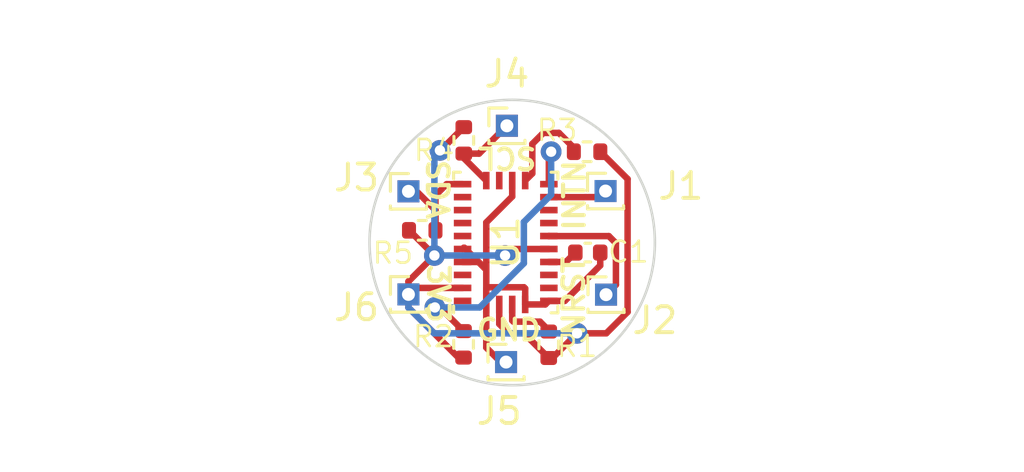
<source format=kicad_pcb>
(kicad_pcb (version 20221018) (generator pcbnew)
  (title_block (title "BNO085 Interface Board") (date "2023-06-30") (comment 1 "Author: Toby Godfrey"))
  (layers (0 "F.Cu" signal) (31 "B.Cu" signal) (34 "B.Paste" user) (35 "F.Paste" user) (36 "B.SilkS" user "B.Silkscreen") (37 "F.SilkS" user "F.Silkscreen") (38 "B.Mask" user) (39 "F.Mask" user) (44 "Edge.Cuts" user))
  (net 0 "")
  (net 1 "Net-(U1-CAP)")
  (net 2 "GND")
  (net 3 "Net-(J1-Pin_1)")
  (net 4 "Net-(J2-Pin_1)")
  (net 5 "Net-(J3-Pin_1)")
  (net 6 "Net-(J4-Pin_1)")
  (net 7 "+3.3V")
  (net 8 "Net-(U1-BOOTN)")
  (net 9 "Net-(U1-ENV_SCL)")
  (net 10 "Net-(U1-ENV_SDA)")
  (footprint "Resistor_SMD:R_0402_1005Metric" (layer "F.Cu") (at 166.531637 99.530623 180)
    (fp_text reference "R5" (at 1.131435 -0.876872) (layer "F.SilkS") (effects (font (size 0.8 0.8) (thickness 0.1))))
    (fp_text value "2.2k")
    (fp_line (start -0.153641 -0.38) (end 0.153641 -0.38) (stroke (width 0.12)) (layer "F.SilkS"))
    (fp_line (start -0.153641 0.38) (end 0.153641 0.38) (stroke (width 0.12)) (layer "F.SilkS"))
    (pad "1" smd roundrect (at -0.51 0 180) (size 0.54 0.64) (layers "F.Cu" "F.Paste" "F.Mask") (net 5 "Net-(J3-Pin_1)"))
    (pad "2" smd roundrect (at 0.51 0 180) (size 0.54 0.64) (layers "F.Cu" "F.Paste" "F.Mask") (net 7 "+3.3V"))
  )
  (footprint "Capacitor_SMD:C_0402_1005Metric" (layer "F.Cu") (at 172.912666 100.387862)
    (fp_text reference "C1" (at 1.564592 -0.025836) (layer "F.SilkS") (effects (font (size 0.8 0.8) (thickness 0.1))))
    (fp_text value "0.1uF")
    (fp_line (start -0.107836 -0.36) (end 0.107836 -0.36) (stroke (width 0.12)) (layer "F.SilkS"))
    (fp_line (start -0.107836 0.36) (end 0.107836 0.36) (stroke (width 0.12)) (layer "F.SilkS"))
    (pad "1" smd roundrect (at -0.48 0) (size 0.56 0.62) (layers "F.Cu" "F.Paste" "F.Mask") (net 1 "Net-(U1-CAP)"))
    (pad "2" smd roundrect (at 0.48 0) (size 0.56 0.62) (layers "F.Cu" "F.Paste" "F.Mask") (net 2 "GND"))
  )
  (footprint "Connector_PinHeader_1.00mm:PinHeader_1x01_P1.00mm_Vertical" (layer "F.Cu") (at 169.795464 95.5)
    (fp_text reference "J4" (at 0 -2) (layer "F.SilkS"))
    (fp_text value "Conn_01x01_Pin")
    (fp_line (start -0.695 -0.685) (end 0 -0.685) (stroke (width 0.12)) (layer "F.SilkS"))
    (fp_line (start -0.695 0) (end -0.695 -0.685) (stroke (width 0.12)) (layer "F.SilkS"))
    (fp_line (start -0.695 0.685) (end -0.695 0.56) (stroke (width 0.12)) (layer "F.SilkS"))
    (fp_line (start -0.695 0.685) (end -0.608276 0.685) (stroke (width 0.12)) (layer "F.SilkS"))
    (fp_line (start -0.695 0.685) (end 0.695 0.685) (stroke (width 0.12)) (layer "F.SilkS"))
    (fp_line (start 0.608276 0.685) (end 0.695 0.685) (stroke (width 0.12)) (layer "F.SilkS"))
    (fp_line (start 0.695 0.685) (end 0.695 0.56) (stroke (width 0.12)) (layer "F.SilkS"))
    (pad "1" thru_hole rect (at 0 0) (size 0.85 0.85) (drill 0.5) (layers "*.Cu" "*.Mask") (net 6 "Net-(J4-Pin_1)"))
  )
  (footprint "Connector_PinHeader_1.00mm:PinHeader_1x01_P1.00mm_Vertical" (layer "F.Cu") (at 169.762443 104.608234)
    (fp_text reference "J5" (at -0.262443 1.891766) (layer "F.SilkS"))
    (fp_text value "Conn_01x01_Pin")
    (fp_line (start -0.695 -0.685) (end 0 -0.685) (stroke (width 0.12)) (layer "F.SilkS"))
    (fp_line (start -0.695 0) (end -0.695 -0.685) (stroke (width 0.12)) (layer "F.SilkS"))
    (fp_line (start -0.695 0.685) (end -0.695 0.56) (stroke (width 0.12)) (layer "F.SilkS"))
    (fp_line (start -0.695 0.685) (end -0.608276 0.685) (stroke (width 0.12)) (layer "F.SilkS"))
    (fp_line (start -0.695 0.685) (end 0.695 0.685) (stroke (width 0.12)) (layer "F.SilkS"))
    (fp_line (start 0.608276 0.685) (end 0.695 0.685) (stroke (width 0.12)) (layer "F.SilkS"))
    (fp_line (start 0.695 0.685) (end 0.695 0.56) (stroke (width 0.12)) (layer "F.SilkS"))
    (pad "1" thru_hole rect (at 0 0) (size 0.85 0.85) (drill 0.5) (layers "*.Cu" "*.Mask") (net 2 "GND"))
  )
  (footprint "Connector_PinHeader_1.00mm:PinHeader_1x01_P1.00mm_Vertical" (layer "F.Cu") (at 166 102)
    (fp_text reference "J6" (at -2 0.5) (layer "F.SilkS"))
    (fp_text value "Conn_01x01_Pin")
    (fp_line (start -0.695 -0.685) (end 0 -0.685) (stroke (width 0.12)) (layer "F.SilkS"))
    (fp_line (start -0.695 0) (end -0.695 -0.685) (stroke (width 0.12)) (layer "F.SilkS"))
    (fp_line (start -0.695 0.685) (end -0.695 0.56) (stroke (width 0.12)) (layer "F.SilkS"))
    (fp_line (start -0.695 0.685) (end -0.608276 0.685) (stroke (width 0.12)) (layer "F.SilkS"))
    (fp_line (start -0.695 0.685) (end 0.695 0.685) (stroke (width 0.12)) (layer "F.SilkS"))
    (fp_line (start 0.608276 0.685) (end 0.695 0.685) (stroke (width 0.12)) (layer "F.SilkS"))
    (fp_line (start 0.695 0.685) (end 0.695 0.56) (stroke (width 0.12)) (layer "F.SilkS"))
    (pad "1" thru_hole rect (at 0 0) (size 0.85 0.85) (drill 0.5) (layers "*.Cu" "*.Mask") (net 7 "+3.3V"))
  )
  (footprint "Resistor_SMD:R_0402_1005Metric" (layer "F.Cu") (at 168.133238 96.062846 -90)
    (fp_text reference "R4" (at 0.381347 1.144041) (layer "F.SilkS") (effects (font (size 0.8 0.8) (thickness 0.1))))
    (fp_text value "2.2k")
    (fp_line (start -0.153641 -0.38) (end 0.153641 -0.38) (stroke (width 0.12)) (layer "F.SilkS"))
    (fp_line (start -0.153641 0.38) (end 0.153641 0.38) (stroke (width 0.12)) (layer "F.SilkS"))
    (pad "1" smd roundrect (at -0.51 0 270) (size 0.54 0.64) (layers "F.Cu" "F.Paste" "F.Mask") (net 7 "+3.3V"))
    (pad "2" smd roundrect (at 0.51 0 270) (size 0.54 0.64) (layers "F.Cu" "F.Paste" "F.Mask") (net 6 "Net-(J4-Pin_1)"))
  )
  (footprint "Connector_PinHeader_1.00mm:PinHeader_1x01_P1.00mm_Vertical" (layer "F.Cu") (at 173.616391 102.009301)
    (fp_text reference "J2" (at 1.883609 0.990699) (layer "F.SilkS"))
    (fp_text value "Conn_01x01_Pin")
    (fp_line (start -0.695 -0.685) (end 0 -0.685) (stroke (width 0.12)) (layer "F.SilkS"))
    (fp_line (start -0.695 0) (end -0.695 -0.685) (stroke (width 0.12)) (layer "F.SilkS"))
    (fp_line (start -0.695 0.685) (end -0.695 0.56) (stroke (width 0.12)) (layer "F.SilkS"))
    (fp_line (start -0.695 0.685) (end -0.608276 0.685) (stroke (width 0.12)) (layer "F.SilkS"))
    (fp_line (start -0.695 0.685) (end 0.695 0.685) (stroke (width 0.12)) (layer "F.SilkS"))
    (fp_line (start 0.608276 0.685) (end 0.695 0.685) (stroke (width 0.12)) (layer "F.SilkS"))
    (fp_line (start 0.695 0.685) (end 0.695 0.56) (stroke (width 0.12)) (layer "F.SilkS"))
    (pad "1" thru_hole rect (at 0 0) (size 0.85 0.85) (drill 0.5) (layers "*.Cu" "*.Mask") (net 4 "Net-(J2-Pin_1)"))
  )
  (footprint "Connector_PinHeader_1.00mm:PinHeader_1x01_P1.00mm_Vertical" (layer "F.Cu") (at 166 98.026938)
    (fp_text reference "J3" (at -2 -0.526938) (layer "F.SilkS"))
    (fp_text value "Conn_01x01_Pin")
    (fp_line (start -0.695 -0.685) (end 0 -0.685) (stroke (width 0.12)) (layer "F.SilkS"))
    (fp_line (start -0.695 0) (end -0.695 -0.685) (stroke (width 0.12)) (layer "F.SilkS"))
    (fp_line (start -0.695 0.685) (end -0.695 0.56) (stroke (width 0.12)) (layer "F.SilkS"))
    (fp_line (start -0.695 0.685) (end -0.608276 0.685) (stroke (width 0.12)) (layer "F.SilkS"))
    (fp_line (start -0.695 0.685) (end 0.695 0.685) (stroke (width 0.12)) (layer "F.SilkS"))
    (fp_line (start 0.608276 0.685) (end 0.695 0.685) (stroke (width 0.12)) (layer "F.SilkS"))
    (fp_line (start 0.695 0.685) (end 0.695 0.56) (stroke (width 0.12)) (layer "F.SilkS"))
    (pad "1" thru_hole rect (at 0 0) (size 0.85 0.85) (drill 0.5) (layers "*.Cu" "*.Mask") (net 5 "Net-(J3-Pin_1)"))
  )
  (footprint "Resistor_SMD:R_0402_1005Metric" (layer "F.Cu") (at 171.407913 103.941373 -90)
    (fp_text reference "R1" (at 0.058627 -1.092087 -180) (layer "F.SilkS") (effects (font (size 0.8 0.8) (thickness 0.1))))
    (fp_text value "10k")
    (fp_line (start -0.153641 -0.38) (end 0.153641 -0.38) (stroke (width 0.12)) (layer "F.SilkS"))
    (fp_line (start -0.153641 0.38) (end 0.153641 0.38) (stroke (width 0.12)) (layer "F.SilkS"))
    (pad "1" smd roundrect (at -0.51 0 270) (size 0.54 0.64) (layers "F.Cu" "F.Paste" "F.Mask") (net 8 "Net-(U1-BOOTN)"))
    (pad "2" smd roundrect (at 0.51 0 270) (size 0.54 0.64) (layers "F.Cu" "F.Paste" "F.Mask") (net 7 "+3.3V"))
  )
  (footprint "Package_LGA:LGA-28_5.2x3.8mm_P0.5mm" (layer "F.Cu") (at 169.75 100 90)
    (fp_text reference "U1" (at 0 0 90) (layer "F.SilkS"))
    (fp_text value "~")
    (fp_line (start -2.71 -2.01) (end -2.45 -2.01) (stroke (width 0.12)) (layer "F.SilkS"))
    (fp_line (start -2.71 2.01) (end -2.71 1.75) (stroke (width 0.12)) (layer "F.SilkS"))
    (fp_line (start -2.71 2.01) (end -2.45 2.01) (stroke (width 0.12)) (layer "F.SilkS"))
    (fp_line (start 2.71 -2.01) (end 2.45 -2.01) (stroke (width 0.12)) (layer "F.SilkS"))
    (fp_line (start 2.71 -2.01) (end 2.71 -1.75) (stroke (width 0.12)) (layer "F.SilkS"))
    (fp_line (start 2.71 2.01) (end 2.45 2.01) (stroke (width 0.12)) (layer "F.SilkS"))
    (fp_line (start 2.71 2.01) (end 2.71 1.75) (stroke (width 0.12)) (layer "F.SilkS"))
    (pad "1" smd rect (at -2.25 -1.6625 90) (size 0.254 0.675) (layers "F.Cu" "F.Paste" "F.Mask"))
    (pad "2" smd rect (at -2.3875 -0.75 180) (size 0.254 0.675) (layers "F.Cu" "F.Paste" "F.Mask") (net 2 "GND"))
    (pad "3" smd rect (at -2.3875 -0.25 180) (size 0.254 0.675) (layers "F.Cu" "F.Paste" "F.Mask") (net 7 "+3.3V"))
    (pad "4" smd rect (at -2.3875 0.25 180) (size 0.254 0.675) (layers "F.Cu" "F.Paste" "F.Mask") (net 8 "Net-(U1-BOOTN)"))
    (pad "5" smd rect (at -2.3875 0.75 180) (size 0.254 0.675) (layers "F.Cu" "F.Paste" "F.Mask") (net 2 "GND"))
    (pad "6" smd rect (at -2.25 1.6625 90) (size 0.254 0.675) (layers "F.Cu" "F.Paste" "F.Mask") (net 2 "GND"))
    (pad "7" smd rect (at -1.75 1.6625 90) (size 0.254 0.675) (layers "F.Cu" "F.Paste" "F.Mask"))
    (pad "8" smd rect (at -1.25 1.6625 90) (size 0.254 0.675) (layers "F.Cu" "F.Paste" "F.Mask"))
    (pad "9" smd rect (at -0.75 1.6625 90) (size 0.254 0.675) (layers "F.Cu" "F.Paste" "F.Mask") (net 1 "Net-(U1-CAP)"))
    (pad "10" smd rect (at -0.25 1.6625 90) (size 0.254 0.675) (layers "F.Cu" "F.Paste" "F.Mask") (net 7 "+3.3V"))
    (pad "11" smd rect (at 0.25 1.6625 90) (size 0.254 0.675) (layers "F.Cu" "F.Paste" "F.Mask") (net 4 "Net-(J2-Pin_1)"))
    (pad "12" smd rect (at 0.75 1.6625 90) (size 0.254 0.675) (layers "F.Cu" "F.Paste" "F.Mask"))
    (pad "13" smd rect (at 1.25 1.6625 90) (size 0.254 0.675) (layers "F.Cu" "F.Paste" "F.Mask"))
    (pad "14" smd rect (at 1.75 1.6625 90) (size 0.254 0.675) (layers "F.Cu" "F.Paste" "F.Mask") (net 3 "Net-(J1-Pin_1)"))
    (pad "15" smd rect (at 2.25 1.6625 90) (size 0.254 0.675) (layers "F.Cu" "F.Paste" "F.Mask") (net 9 "Net-(U1-ENV_SCL)"))
    (pad "16" smd rect (at 2.3875 0.75 180) (size 0.254 0.675) (layers "F.Cu" "F.Paste" "F.Mask") (net 10 "Net-(U1-ENV_SDA)"))
    (pad "17" smd rect (at 2.3875 0.25 180) (size 0.254 0.675) (layers "F.Cu" "F.Paste" "F.Mask") (net 2 "GND"))
    (pad "18" smd rect (at 2.3875 -0.25 180) (size 0.254 0.675) (layers "F.Cu" "F.Paste" "F.Mask"))
    (pad "19" smd rect (at 2.3875 -0.75 180) (size 0.254 0.675) (layers "F.Cu" "F.Paste" "F.Mask") (net 6 "Net-(J4-Pin_1)"))
    (pad "20" smd rect (at 2.25 -1.6625 90) (size 0.254 0.675) (layers "F.Cu" "F.Paste" "F.Mask") (net 5 "Net-(J3-Pin_1)"))
    (pad "21" smd rect (at 1.75 -1.6625 90) (size 0.254 0.675) (layers "F.Cu" "F.Paste" "F.Mask"))
    (pad "22" smd rect (at 1.25 -1.6625 90) (size 0.254 0.675) (layers "F.Cu" "F.Paste" "F.Mask"))
    (pad "23" smd rect (at 0.75 -1.6625 90) (size 0.254 0.675) (layers "F.Cu" "F.Paste" "F.Mask"))
    (pad "24" smd rect (at 0.25 -1.6625 90) (size 0.254 0.675) (layers "F.Cu" "F.Paste" "F.Mask"))
    (pad "25" smd rect (at -0.25 -1.6625 90) (size 0.254 0.675) (layers "F.Cu" "F.Paste" "F.Mask") (net 2 "GND"))
    (pad "26" smd rect (at -0.75 -1.6625 90) (size 0.254 0.675) (layers "F.Cu" "F.Paste" "F.Mask") (net 2 "GND"))
    (pad "27" smd rect (at -1.25 -1.6625 90) (size 0.254 0.675) (layers "F.Cu" "F.Paste" "F.Mask"))
    (pad "28" smd rect (at -1.75 -1.6625 90) (size 0.254 0.675) (layers "F.Cu" "F.Paste" "F.Mask") (net 7 "+3.3V"))
  )
  (footprint "Resistor_SMD:R_0402_1005Metric" (layer "F.Cu") (at 168.124382 103.925226 90)
    (fp_text reference "R2" (at 0.302134 -1.167992) (layer "F.SilkS") (effects (font (size 0.8 0.8) (thickness 0.1))))
    (fp_text value "2.2k")
    (fp_line (start -0.153641 -0.38) (end 0.153641 -0.38) (stroke (width 0.12)) (layer "F.SilkS"))
    (fp_line (start -0.153641 0.38) (end 0.153641 0.38) (stroke (width 0.12)) (layer "F.SilkS"))
    (pad "1" smd roundrect (at -0.51 0 90) (size 0.54 0.64) (layers "F.Cu" "F.Paste" "F.Mask") (net 7 "+3.3V"))
    (pad "2" smd roundrect (at 0.51 0 90) (size 0.54 0.64) (layers "F.Cu" "F.Paste" "F.Mask") (net 9 "Net-(U1-ENV_SCL)"))
  )
  (footprint "Resistor_SMD:R_0402_1005Metric" (layer "F.Cu") (at 172.886124 96.5)
    (fp_text reference "R3" (at -1.156965 -0.829397 180) (layer "F.SilkS") (effects (font (size 0.8 0.8) (thickness 0.1))))
    (fp_text value "2.2k")
    (fp_line (start -0.153641 -0.38) (end 0.153641 -0.38) (stroke (width 0.12)) (layer "F.SilkS"))
    (fp_line (start -0.153641 0.38) (end 0.153641 0.38) (stroke (width 0.12)) (layer "F.SilkS"))
    (pad "1" smd roundrect (at -0.51 0) (size 0.54 0.64) (layers "F.Cu" "F.Paste" "F.Mask") (net 10 "Net-(U1-ENV_SDA)"))
    (pad "2" smd roundrect (at 0.51 0) (size 0.54 0.64) (layers "F.Cu" "F.Paste" "F.Mask") (net 7 "+3.3V"))
  )
  (footprint "Connector_PinHeader_1.00mm:PinHeader_1x01_P1.00mm_Vertical" (layer "F.Cu") (at 173.598052 98.015565)
    (fp_text reference "J1" (at 2.901948 -0.192035) (layer "F.SilkS"))
    (fp_text value "Conn_01x01_Pin")
    (fp_line (start -0.695 -0.685) (end 0 -0.685) (stroke (width 0.12)) (layer "F.SilkS"))
    (fp_line (start -0.695 0) (end -0.695 -0.685) (stroke (width 0.12)) (layer "F.SilkS"))
    (fp_line (start -0.695 0.685) (end -0.695 0.56) (stroke (width 0.12)) (layer "F.SilkS"))
    (fp_line (start -0.695 0.685) (end -0.608276 0.685) (stroke (width 0.12)) (layer "F.SilkS"))
    (fp_line (start -0.695 0.685) (end 0.695 0.685) (stroke (width 0.12)) (layer "F.SilkS"))
    (fp_line (start 0.608276 0.685) (end 0.695 0.685) (stroke (width 0.12)) (layer "F.SilkS"))
    (fp_line (start 0.695 0.685) (end 0.695 0.56) (stroke (width 0.12)) (layer "F.SilkS"))
    (pad "1" thru_hole rect (at 0 0) (size 0.85 0.85) (drill 0.5) (layers "*.Cu" "*.Mask") (net 3 "Net-(J1-Pin_1)"))
  )
  (gr_circle (center 170 100) (end 175.5 100) (stroke (width 0.1)) (fill none) (layer "Edge.Cuts"))
  (gr_text "3V3" (at 166.686619 100.759342 270) (layer "F.SilkS") (effects (font (size 0.8 0.8) (thickness 0.16) bold) (justify left bottom)))
  (gr_text "INTN" (at 172.865434 99.619536 90) (layer "F.SilkS") (effects (font (size 0.8 0.8) (thickness 0.16) bold) (justify left bottom)))
  (gr_text "SDA" (at 166.643677 96.729614 270) (layer "F.SilkS") (effects (font (size 0.8 0.8) (thickness 0.16) bold) (justify left bottom)))
  (gr_text "NRST" (at 172.842043 103.676488 90) (layer "F.SilkS") (effects (font (size 0.8 0.8) (thickness 0.16) bold) (justify left bottom)))
  (gr_text "GND" (at 168.546935 103.842642) (layer "F.SilkS") (effects (font (size 0.8 0.8) (thickness 0.16) bold) (justify left bottom)))
  (gr_text "SCL" (at 171.017902 96.268398 180) (layer "F.SilkS") (effects (font (size 0.8 0.8) (thickness 0.16) bold) (justify left bottom)))
  (segment (start 172.432666 100.387862) (end 172.070528 100.75) (width 0.25) (layer "F.Cu") (net 1))
  (segment (start 172.070528 100.75) (end 171.4125 100.75) (width 0.25) (layer "F.Cu") (net 1))
  (segment (start 173.392666 100.387862) (end 173.392666 100.884334) (width 0.25) (layer "F.Cu") (net 2))
  (segment (start 168.154 100.202) (end 168.1355 100.202) (width 0.25) (layer "F.Cu") (net 2))
  (segment (start 170.5 102.3875) (end 170.5 101.773) (width 0.25) (layer "F.Cu") (net 2))
  (segment (start 170 98.227) (end 170 97.6125) (width 0.25) (layer "F.Cu") (net 2))
  (segment (start 169 102.3875) (end 169 101.048) (width 0.25) (layer "F.Cu") (net 2))
  (segment (start 168.702 100.75) (end 168.0875 100.75) (width 0.25) (layer "F.Cu") (net 2))
  (segment (start 169 101.773) (end 169 102.3875) (width 0.25) (layer "F.Cu") (net 2))
  (segment (start 171.275 102.3875) (end 171.4125 102.25) (width 0.25) (layer "F.Cu") (net 2))
  (segment (start 173.392666 100.884334) (end 172.027 102.25) (width 0.25) (layer "F.Cu") (net 2))
  (segment (start 169 99.227) (end 170 98.227) (width 0.25) (layer "F.Cu") (net 2))
  (segment (start 169 104.04914) (end 169 102.3875) (width 0.25) (layer "F.Cu") (net 2))
  (segment (start 169 101.048) (end 168.154 100.202) (width 0.25) (layer "F.Cu") (net 2))
  (segment (start 169 101.048) (end 169 99.227) (width 0.25) (layer "F.Cu") (net 2))
  (segment (start 169.048 101.725) (end 169 101.773) (width 0.25) (layer "F.Cu") (net 2))
  (segment (start 170.5 102.3875) (end 171.275 102.3875) (width 0.25) (layer "F.Cu") (net 2))
  (segment (start 172.027 102.25) (end 171.4125 102.25) (width 0.25) (layer "F.Cu") (net 2))
  (segment (start 169 101.048) (end 168.702 100.75) (width 0.25) (layer "F.Cu") (net 2))
  (segment (start 170.5 101.773) (end 170.452 101.725) (width 0.25) (layer "F.Cu") (net 2))
  (segment (start 168.1355 100.202) (end 168.0875 100.25) (width 0.25) (layer "F.Cu") (net 2))
  (segment (start 170.452 101.725) (end 169.048 101.725) (width 0.25) (layer "F.Cu") (net 2))
  (segment (start 169.75439 104.80353) (end 169 104.04914) (width 0.25) (layer "F.Cu") (net 2))
  (segment (start 173.808142 98.015833) (end 173.573975 98.25) (width 0.25) (layer "F.Cu") (net 3))
  (segment (start 173.598052 98.015565) (end 173.363617 98.25) (width 0.25) (layer "F.Cu") (net 3))
  (segment (start 173.363617 98.25) (end 171.4125 98.25) (width 0.25) (layer "F.Cu") (net 3))
  (segment (start 173.997666 101.628026) (end 173.997666 100.025253) (width 0.25) (layer "F.Cu") (net 4))
  (segment (start 173.997666 100.025253) (end 173.725275 99.752862) (width 0.25) (layer "F.Cu") (net 4))
  (segment (start 173.725275 99.752862) (end 171.415362 99.752862) (width 0.25) (layer "F.Cu") (net 4))
  (segment (start 171.415362 99.752862) (end 171.4125 99.75) (width 0.25) (layer "F.Cu") (net 4))
  (segment (start 173.616391 102.009301) (end 173.997666 101.628026) (width 0.25) (layer "F.Cu") (net 4))
  (segment (start 167.041637 99.530623) (end 167.041637 98.181363) (width 0.25) (layer "F.Cu") (net 5))
  (segment (start 167.041637 98.181363) (end 167.473 97.75) (width 0.25) (layer "F.Cu") (net 5))
  (segment (start 167.473 97.75) (end 168.0875 97.75) (width 0.25) (layer "F.Cu") (net 5))
  (segment (start 167.041637 99.530623) (end 167.041637 98.753965) (width 0.25) (layer "F.Cu") (net 5))
  (segment (start 167.041637 98.753965) (end 166.31461 98.026938) (width 0.25) (layer "F.Cu") (net 5))
  (segment (start 168.133238 96.572846) (end 168.722618 96.572846) (width 0.25) (layer "F.Cu") (net 6))
  (segment (start 168.133238 96.572846) (end 168.133238 96.745738) (width 0.25) (layer "F.Cu") (net 6))
  (segment (start 168.722618 96.572846) (end 169.795464 95.5) (width 0.25) (layer "F.Cu") (net 6))
  (segment (start 168.133238 96.745738) (end 169 97.6125) (width 0.25) (layer "F.Cu") (net 6))
  (segment (start 169.7245 100.5) (end 169.9745 100.25) (width 0.25) (layer "F.Cu") (net 7))
  (segment (start 171.407913 104.451373) (end 170.45654 103.5) (width 0.25) (layer "F.Cu") (net 7))
  (segment (start 166 102.508378) (end 166 102) (width 0.25) (layer "F.Cu") (net 7))
  (segment (start 172.5 103.5) (end 173.625692 103.5) (width 0.25) (layer "F.Cu") (net 7))
  (segment (start 167.213738 96.448795) (end 167.237289 96.448795) (width 0.25) (layer "F.Cu") (net 7))
  (segment (start 166.030623 99.530623) (end 167 100.5) (width 0.25) (layer "F.Cu") (net 7))
  (segment (start 170.45654 103.5) (end 169.861604 103.5) (width 0.25) (layer "F.Cu") (net 7))
  (segment (start 169.5 103.138396) (end 169.5 102.3875) (width 0.25) (layer "F.Cu") (net 7))
  (segment (start 171.548627 104.451373) (end 172.5 103.5) (width 0.25) (layer "F.Cu") (net 7))
  (segment (start 166.25 101.75) (end 168.0875 101.75) (width 0.25) (layer "F.Cu") (net 7))
  (segment (start 174.447666 97.551542) (end 173.396124 96.5) (width 0.25) (layer "F.Cu") (net 7))
  (segment (start 167.237289 96.448795) (end 168.133238 95.552846) (width 0.25) (layer "F.Cu") (net 7))
  (segment (start 166.021637 99.530623) (end 166.030623 99.530623) (width 0.25) (layer "F.Cu") (net 7))
  (segment (start 169.861604 103.5) (end 169.5 103.138396) (width 0.25) (layer "F.Cu") (net 7))
  (segment (start 166 102) (end 166 101.5) (width 0.25) (layer "F.Cu") (net 7))
  (segment (start 171.407913 104.451373) (end 171.548627 104.451373) (width 0.25) (layer "F.Cu") (net 7))
  (segment (start 168.124382 104.435226) (end 167.926848 104.435226) (width 0.25) (layer "F.Cu") (net 7))
  (segment (start 166 102) (end 166.25 101.75) (width 0.25) (layer "F.Cu") (net 7))
  (segment (start 169.9745 100.25) (end 171.4125 100.25) (width 0.25) (layer "F.Cu") (net 7))
  (segment (start 167.926848 104.435226) (end 166 102.508378) (width 0.25) (layer "F.Cu") (net 7))
  (segment (start 174.447666 102.678026) (end 174.447666 97.551542) (width 0.25) (layer "F.Cu") (net 7))
  (segment (start 173.625692 103.5) (end 174.447666 102.678026) (width 0.25) (layer "F.Cu") (net 7))
  (segment (start 166 101.5) (end 167 100.5) (width 0.25) (layer "F.Cu") (net 7))
  (via (at 172.5 103.5) (size 0.8) (drill 0.4) (layers "F.Cu" "B.Cu") (net 7))
  (via (at 167 100.5) (size 0.8) (drill 0.4) (layers "F.Cu" "B.Cu") (net 7))
  (via (at 169.7245 100.5) (size 0.8) (drill 0.4) (layers "F.Cu" "B.Cu") (net 7))
  (via (at 167.213738 96.448795) (size 0.8) (drill 0.4) (layers "F.Cu" "B.Cu") (net 7))
  (segment (start 167 100.5) (end 169.7245 100.5) (width 0.25) (layer "B.Cu") (net 7))
  (segment (start 166 102.508378) (end 166 102) (width 0.25) (layer "B.Cu") (net 7))
  (segment (start 167 96.662533) (end 167.213738 96.448795) (width 0.25) (layer "B.Cu") (net 7))
  (segment (start 167 100.5) (end 167 96.662533) (width 0.25) (layer "B.Cu") (net 7))
  (segment (start 166.991622 103.5) (end 166 102.508378) (width 0.25) (layer "B.Cu") (net 7))
  (segment (start 172.5 103.5) (end 166.991622 103.5) (width 0.25) (layer "B.Cu") (net 7))
  (segment (start 171.407913 103.388177) (end 171.069736 103.05) (width 0.25) (layer "F.Cu") (net 8))
  (segment (start 171.069736 103.05) (end 170.048 103.05) (width 0.25) (layer "F.Cu") (net 8))
  (segment (start 170 103.002) (end 170 102.3875) (width 0.25) (layer "F.Cu") (net 8))
  (segment (start 171.407913 103.431373) (end 171.407913 103.388177) (width 0.25) (layer "F.Cu") (net 8))
  (segment (start 170.048 103.05) (end 170 103.002) (width 0.25) (layer "F.Cu") (net 8))
  (segment (start 171.4125 96.5875) (end 171.4125 97.75) (width 0.25) (layer "F.Cu") (net 9))
  (segment (start 171.5 96.5) (end 171.4125 96.5875) (width 0.25) (layer "F.Cu") (net 9))
  (segment (start 167.211695 102.502539) (end 168.124382 103.415226) (width 0.25) (layer "F.Cu") (net 9))
  (segment (start 167.019466 102.502539) (end 167.211695 102.502539) (width 0.25) (layer "F.Cu") (net 9))
  (via (at 171.5 96.5) (size 0.8) (drill 0.4) (layers "F.Cu" "B.Cu") (net 9))
  (via (at 167.019466 102.502539) (size 0.8) (drill 0.4) (layers "F.Cu" "B.Cu") (net 9))
  (segment (start 170.4495 99.209814) (end 171.5 98.159314) (width 0.25) (layer "B.Cu") (net 9))
  (segment (start 170.4495 100.800305) (end 170.4495 99.209814) (width 0.25) (layer "B.Cu") (net 9))
  (segment (start 171.5 98.159314) (end 171.5 96.5) (width 0.25) (layer "B.Cu") (net 9))
  (segment (start 168.747266 102.502539) (end 170.4495 100.800305) (width 0.25) (layer "B.Cu") (net 9))
  (segment (start 167.019466 102.502539) (end 168.747266 102.502539) (width 0.25) (layer "B.Cu") (net 9))
  (segment (start 170.775 96.199695) (end 170.775 97.3375) (width 0.25) (layer "F.Cu") (net 10))
  (segment (start 170.775 97.3375) (end 170.5 97.6125) (width 0.25) (layer "F.Cu") (net 10))
  (segment (start 171.199695 95.775) (end 170.775 96.199695) (width 0.25) (layer "F.Cu") (net 10))
  (segment (start 172.376124 96.5) (end 172.376124 96.350819) (width 0.25) (layer "F.Cu") (net 10))
  (segment (start 172.376124 96.350819) (end 171.800305 95.775) (width 0.25) (layer "F.Cu") (net 10))
  (segment (start 171.800305 95.775) (end 171.199695 95.775) (width 0.25) (layer "F.Cu") (net 10))
)
</source>
